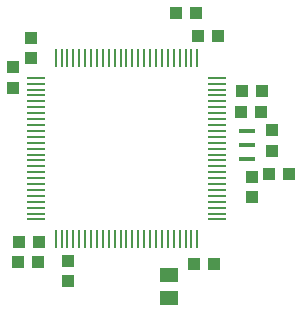
<source format=gbr>
G04 EAGLE Gerber RS-274X export*
G75*
%MOMM*%
%FSLAX34Y34*%
%LPD*%
%INSolderpaste Bottom*%
%IPPOS*%
%AMOC8*
5,1,8,0,0,1.08239X$1,22.5*%
G01*
%ADD10R,1.000000X1.100000*%
%ADD11R,1.500000X1.300000*%
%ADD12R,1.100000X1.000000*%
%ADD13R,1.399997X0.400000*%
%ADD14R,1.558800X0.280000*%
%ADD15R,0.280000X1.558800*%


D10*
X469301Y344560D03*
X469301Y361560D03*
X404920Y460756D03*
X387920Y460756D03*
D11*
X382524Y238862D03*
X382524Y219862D03*
D10*
X452120Y305344D03*
X452120Y322344D03*
X265176Y422792D03*
X265176Y439792D03*
D12*
X271898Y267462D03*
X254898Y267462D03*
X406790Y441706D03*
X423790Y441706D03*
X443112Y377190D03*
X460112Y377190D03*
D10*
X483480Y324866D03*
X466480Y324866D03*
D13*
X448310Y361250D03*
X448310Y349250D03*
X448310Y337250D03*
D12*
X443620Y394970D03*
X460620Y394970D03*
X271644Y250190D03*
X254644Y250190D03*
X402980Y248920D03*
X419980Y248920D03*
D10*
X250190Y397900D03*
X250190Y414900D03*
X296672Y251070D03*
X296672Y234070D03*
D14*
X422985Y406202D03*
X422985Y401202D03*
X422985Y396202D03*
X422985Y391202D03*
X422985Y386202D03*
X422985Y381202D03*
X422985Y376202D03*
X422985Y371202D03*
X422985Y366202D03*
X422985Y361202D03*
X422985Y356202D03*
X422985Y351202D03*
X422985Y346202D03*
X422985Y341202D03*
X422985Y336202D03*
X422985Y331202D03*
X422985Y326202D03*
X422985Y321202D03*
X422985Y316202D03*
X422985Y311202D03*
X422985Y306202D03*
X422985Y301202D03*
X422985Y296202D03*
X422985Y291202D03*
X422985Y286202D03*
D15*
X406202Y269419D03*
X401202Y269419D03*
X396202Y269419D03*
X391202Y269419D03*
X386202Y269419D03*
X381202Y269419D03*
X376202Y269419D03*
X371202Y269419D03*
X366202Y269419D03*
X361202Y269419D03*
X356202Y269419D03*
X351202Y269419D03*
X346202Y269419D03*
X341202Y269419D03*
X336202Y269419D03*
X331202Y269419D03*
X326202Y269419D03*
X321202Y269419D03*
X316202Y269419D03*
X311202Y269419D03*
X306202Y269419D03*
X301202Y269419D03*
X296202Y269419D03*
X291202Y269419D03*
X286202Y269419D03*
D14*
X269419Y286202D03*
X269419Y291202D03*
X269419Y296202D03*
X269419Y301202D03*
X269419Y306202D03*
X269419Y311202D03*
X269419Y316202D03*
X269419Y321202D03*
X269419Y326202D03*
X269419Y331202D03*
X269419Y336202D03*
X269419Y341202D03*
X269419Y346202D03*
X269419Y351202D03*
X269419Y356202D03*
X269419Y361202D03*
X269419Y366202D03*
X269419Y371202D03*
X269419Y376202D03*
X269419Y381202D03*
X269419Y386202D03*
X269419Y391202D03*
X269419Y396202D03*
X269419Y401202D03*
X269419Y406202D03*
D15*
X286202Y422985D03*
X291202Y422985D03*
X296202Y422985D03*
X301202Y422985D03*
X306202Y422985D03*
X311202Y422985D03*
X316202Y422985D03*
X321202Y422985D03*
X326202Y422985D03*
X331202Y422985D03*
X336202Y422985D03*
X341202Y422985D03*
X346202Y422985D03*
X351202Y422985D03*
X356202Y422985D03*
X361202Y422985D03*
X366202Y422985D03*
X371202Y422985D03*
X376202Y422985D03*
X381202Y422985D03*
X386202Y422985D03*
X391202Y422985D03*
X396202Y422985D03*
X401202Y422985D03*
X406202Y422985D03*
M02*

</source>
